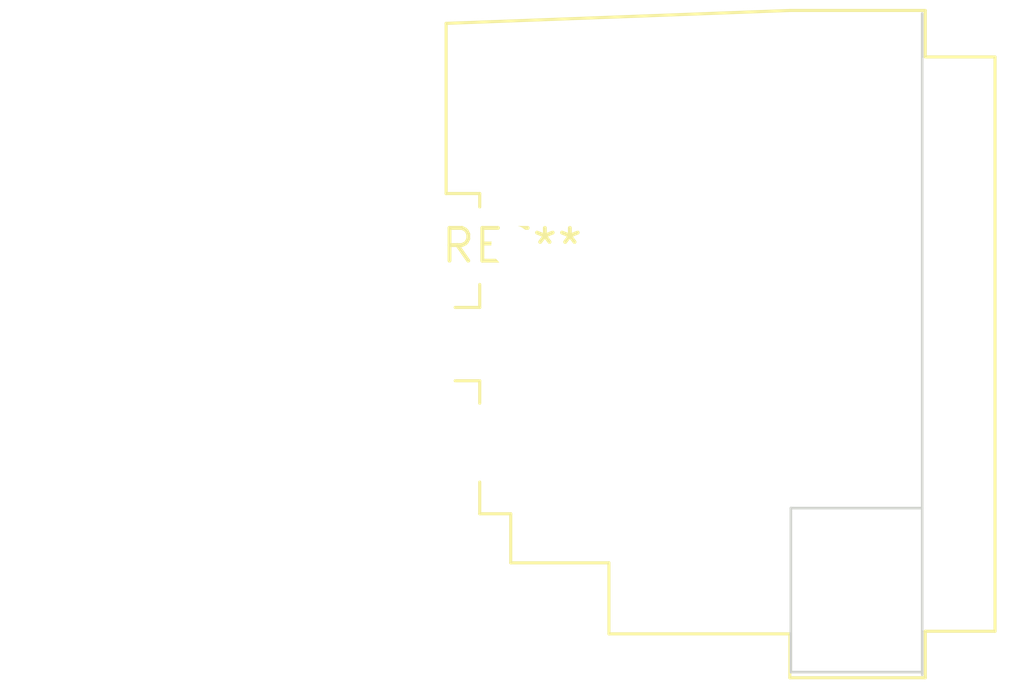
<source format=kicad_pcb>
(kicad_pcb (version 20240108) (generator pcbnew)
  (layers (0 "F.Cu" signal) (31 "B.Cu" signal) (34 "B.Paste" user) (35 "F.Paste" user) (36 "B.SilkS" user "B.Silkscreen") (37 "F.SilkS" user "F.Silkscreen") (38 "B.Mask" user) (39 "F.Mask" user) (44 "Edge.Cuts" user))
  (net 0 "")
  (footprint "Jack_XLR_Neutrik_NC3FAHR-0_Horizontal" (layer "F.Cu") (at 0 0)
    (property "Reference" "REF**")
    (property "Value" "Jack_XLR_Neutrik_NC3FAHR-0_Horizontal")
    (fp_line (start -2.55 -8.61) (end -2.55 -2.02) (layer "F.SilkS") (stroke (width 0.12)))
    (fp_line (start -2.55 -2.02) (end -1.25 -2.02) (layer "F.SilkS") (stroke (width 0.12)))
    (fp_line (start -1.25 -2.02) (end -1.25 -1.5) (layer "F.SilkS") (stroke (width 0.12)))
    (fp_line (start -1.25 1.5) (end -1.25 2.39) (layer "F.SilkS") (stroke (width 0.12)))
    (fp_line (start -1.25 2.39) (end -2.2 2.39) (layer "F.SilkS") (stroke (width 0.12)))
    (fp_line (start -1.25 5.23) (end -2.2 5.23) (layer "F.SilkS") (stroke (width 0.12)))
    (fp_line (start -1.25 5.23) (end -1.25 6.1) (layer "F.SilkS") (stroke (width 0.12)))
    (fp_line (start -1.25 9.15) (end -1.25 10.38) (layer "F.SilkS") (stroke (width 0.12)))
    (fp_line (start -0.05 10.38) (end -1.25 10.38) (layer "F.SilkS") (stroke (width 0.12)))
    (fp_line (start -0.05 10.38) (end -0.05 12.28) (layer "F.SilkS") (stroke (width 0.12)))
    (fp_line (start 3.75 12.28) (end -0.05 12.28) (layer "F.SilkS") (stroke (width 0.12)))
    (fp_line (start 3.75 12.28) (end 3.75 15.03) (layer "F.SilkS") (stroke (width 0.12)))
    (fp_line (start 10.75 -9.11) (end -2.55 -8.61) (layer "F.SilkS") (stroke (width 0.12)))
    (fp_line (start 10.75 15.03) (end 3.75 15.03) (layer "F.SilkS") (stroke (width 0.12)))
    (fp_line (start 10.75 16.73) (end 10.75 15.03) (layer "F.SilkS") (stroke (width 0.12)))
    (fp_line (start 15.99 -9.11) (end 10.75 -9.11) (layer "F.SilkS") (stroke (width 0.12)))
    (fp_line (start 15.99 -9.11) (end 15.99 -7.31) (layer "F.SilkS") (stroke (width 0.12)))
    (fp_line (start 15.99 -7.31) (end 18.69 -7.31) (layer "F.SilkS") (stroke (width 0.12)))
    (fp_line (start 15.99 14.93) (end 15.99 16.73) (layer "F.SilkS") (stroke (width 0.12)))
    (fp_line (start 15.99 14.93) (end 18.69 14.93) (layer "F.SilkS") (stroke (width 0.12)))
    (fp_line (start 15.99 16.73) (end 10.75 16.73) (layer "F.SilkS") (stroke (width 0.12)))
    (fp_line (start 18.69 -7.31) (end 18.69 14.93) (layer "F.SilkS") (stroke (width 0.12)))
    (fp_line (start 10.79 10.16) (end 10.79 16.51) (layer "Edge.Cuts") (stroke (width 0.1)))
    (fp_line (start 10.79 16.51) (end 15.87 16.51) (layer "Edge.Cuts") (stroke (width 0.1)))
    (fp_line (start 15.87 -8.99) (end 15.87 16.61) (layer "Edge.Cuts") (stroke (width 0.1)))
    (fp_line (start 15.87 10.16) (end 10.79 10.16) (layer "Edge.Cuts") (stroke (width 0.1)))
    (pad "" np_thru_hole circle (at 11.42 5.08) (size 1.6 1.6) (drill 1.6) (layers *.Cu *.Mask))
    (pad "1" thru_hole circle (at 0 0) (size 3.4 3.4) (drill 1.6) (layers *.Cu *.Mask) (remove_unused_layers))
    (pad "2" thru_hole circle (at -3.18 3.81) (size 2.9 2.9) (drill 1.2) (layers *.Cu *.Mask) (remove_unused_layers))
    (pad "3" thru_hole circle (at 0 7.62) (size 3.4 3.4) (drill 1.6) (layers *.Cu *.Mask) (remove_unused_layers))
  )
)
</source>
